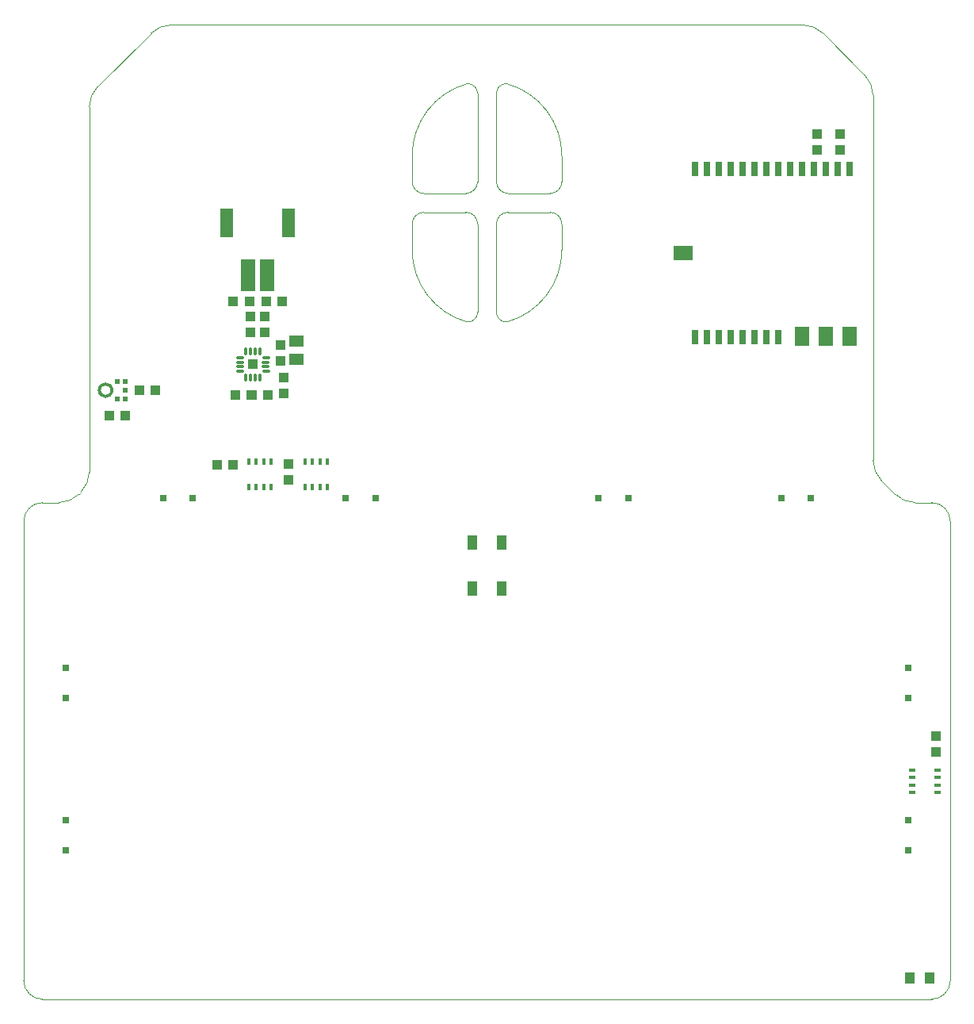
<source format=gtp>
G04*
G04 #@! TF.GenerationSoftware,Altium Limited,Altium Designer,24.2.2 (26)*
G04*
G04 Layer_Color=8421504*
%FSLAX25Y25*%
%MOIN*%
G70*
G04*
G04 #@! TF.SameCoordinates,414444BF-B964-4898-950E-571982E1B149*
G04*
G04*
G04 #@! TF.FilePolarity,Positive*
G04*
G01*
G75*
%ADD10C,0.01181*%
%ADD16C,0.00394*%
%ADD17R,0.05512X0.12205*%
%ADD18R,0.05906X0.13386*%
%ADD19R,0.04331X0.03937*%
%ADD20R,0.02055X0.02362*%
%ADD21C,0.01181*%
%ADD22R,0.02598X0.02638*%
%ADD23R,0.03937X0.05118*%
%ADD24R,0.03150X0.01772*%
%ADD25R,0.03937X0.04331*%
%ADD26R,0.03150X0.05906*%
%ADD27R,0.05906X0.07874*%
%ADD28R,0.07874X0.05906*%
%ADD29R,0.03937X0.05906*%
%ADD30R,0.02638X0.02598*%
%ADD31R,0.01772X0.03150*%
%ADD32O,0.01181X0.03543*%
%ADD33O,0.01181X0.03740*%
%ADD34O,0.03543X0.01181*%
%ADD35O,0.03740X0.01181*%
%ADD36R,0.04331X0.04331*%
%ADD37R,0.05906X0.05118*%
D10*
X-157825Y59055D02*
G03*
X-157825Y59055I-2608J0D01*
G01*
D16*
X-31496Y118110D02*
G03*
X-8152Y87687I31496J0D01*
G01*
D02*
G03*
X-3937Y91902I0J4215D01*
G01*
X8152Y87687D02*
G03*
X31496Y118110I-8152J30423D01*
G01*
X3937Y91902D02*
G03*
X8152Y87687I4215J0D01*
G01*
X26496Y141733D02*
G03*
X31496Y146733I0J5000D01*
G01*
Y128858D02*
G03*
X26496Y133858I-5000J0D01*
G01*
X-3937Y183688D02*
G03*
X-8152Y187903I-4215J0D01*
G01*
D02*
G03*
X-31496Y157480I8152J-30423D01*
G01*
X8152Y187904D02*
G03*
X3937Y183689I0J-4215D01*
G01*
X31496Y157481D02*
G03*
X8152Y187904I-31496J0D01*
G01*
X8937Y133858D02*
G03*
X3937Y128858I0J-5000D01*
G01*
X-26496Y133858D02*
G03*
X-31496Y128858I0J-5000D01*
G01*
X-3937D02*
G03*
X-8937Y133858I-5000J0D01*
G01*
X3937Y146733D02*
G03*
X8937Y141733I5000J0D01*
G01*
X-8937Y141732D02*
G03*
X-3937Y146732I0J5000D01*
G01*
X-31496D02*
G03*
X-26496Y141732I5000J0D01*
G01*
X194883Y3937D02*
G03*
X187008Y11812I-7875J0D01*
G01*
Y-196851D02*
G03*
X194883Y-188976I0J7875D01*
G01*
X-194883D02*
G03*
X-187008Y-196851I7875J0D01*
G01*
Y11812D02*
G03*
X-194883Y3937I0J-7875D01*
G01*
X-180197Y11811D02*
G03*
X-171661Y15347I0J12071D01*
G01*
X171661D02*
G03*
X180197Y11811I8535J8535D01*
G01*
X-170858Y16150D02*
G03*
X-167323Y24685I-8535J8535D01*
G01*
X162402Y29606D02*
G03*
X165937Y21071I12071J0D01*
G01*
X-163787Y186606D02*
G03*
X-167323Y178071I8535J-8535D01*
G01*
X-132795Y212598D02*
G03*
X-141331Y209063I0J-12071D01*
G01*
X141331D02*
G03*
X132795Y212598I-8535J-8535D01*
G01*
X162402Y182992D02*
G03*
X158866Y191528I-12071J0D01*
G01*
X-3937Y91902D02*
Y128858D01*
X31496Y128858D02*
X31496Y118110D01*
X3937Y91902D02*
Y128858D01*
X-31496Y118110D02*
Y128858D01*
X31496Y146733D02*
Y157481D01*
X-3937Y146732D02*
Y183688D01*
X-31496Y146732D02*
Y157480D01*
X3937Y146733D02*
Y183689D01*
X8937Y133858D02*
X26496D01*
X-26496D02*
X-8937D01*
X8937Y141733D02*
X26496D01*
X-26496Y141732D02*
X-8937D01*
X194882Y-188977D02*
Y3938D01*
X180197Y11811D02*
X187009D01*
X-187009Y-196850D02*
X187009D01*
X-194882Y-188977D02*
Y3938D01*
X-187009Y11811D02*
X-180197D01*
X-171661Y15347D02*
X-171260Y15748D01*
X171260D02*
X171661Y15347D01*
X-171260Y15748D02*
X-170858Y16150D01*
X-167323Y24685D02*
Y31575D01*
X165937Y21071D02*
X171260Y15748D01*
X162402Y29606D02*
Y29766D01*
X-167323Y31575D02*
Y178071D01*
X-163787Y186606D02*
X-141331Y209063D01*
X-132795Y212598D02*
X132795D01*
X141331Y209063D02*
X158866Y191528D01*
X162402Y29766D02*
Y182992D01*
D17*
X-83465Y129527D02*
D03*
X-109449Y129527D02*
D03*
D18*
X-92520Y107283D02*
D03*
X-100394D02*
D03*
D19*
X-152165Y48229D02*
D03*
X-158858D02*
D03*
X-146063Y59055D02*
D03*
X-139370Y59055D02*
D03*
X-106889Y27559D02*
D03*
X-113582Y27559D02*
D03*
X-98819Y57087D02*
D03*
X-92126D02*
D03*
X-99016Y57086D02*
D03*
X-105709D02*
D03*
X-100000Y96457D02*
D03*
X-106693Y96457D02*
D03*
X-92914Y96456D02*
D03*
X-86221D02*
D03*
D20*
X-155504Y55512D02*
D03*
X-152268D02*
D03*
X-152268Y59055D02*
D03*
X-155504Y62598D02*
D03*
X-152268D02*
D03*
D21*
X-163041Y59055D02*
D03*
D22*
X-177165Y-70217D02*
D03*
Y-57736D02*
D03*
Y-134193D02*
D03*
Y-121713D02*
D03*
X177165D02*
D03*
Y-134193D02*
D03*
Y-57736D02*
D03*
Y-70217D02*
D03*
D23*
X177953Y-187992D02*
D03*
X186221D02*
D03*
D24*
X178740Y-100591D02*
D03*
X178740Y-103740D02*
D03*
Y-106890D02*
D03*
X178740Y-110039D02*
D03*
X189370Y-100591D02*
D03*
Y-103740D02*
D03*
Y-106890D02*
D03*
Y-110039D02*
D03*
D25*
X188977Y-92914D02*
D03*
X188977Y-86221D02*
D03*
X148622Y166732D02*
D03*
X148622Y160039D02*
D03*
X138780Y166732D02*
D03*
X138780Y160039D02*
D03*
X-83662Y27953D02*
D03*
X-83662Y21260D02*
D03*
X-86956Y71509D02*
D03*
X-86956Y78202D02*
D03*
X-93504Y89961D02*
D03*
Y83268D02*
D03*
X-99410Y89961D02*
D03*
X-99410Y83268D02*
D03*
X-85630Y64370D02*
D03*
Y57678D02*
D03*
D26*
X152559Y152087D02*
D03*
X92559Y81299D02*
D03*
X97559D02*
D03*
X102559D02*
D03*
X107559D02*
D03*
X112559D02*
D03*
X117559D02*
D03*
X122559D02*
D03*
X147559Y152087D02*
D03*
X142559D02*
D03*
X137559D02*
D03*
X132559D02*
D03*
X127559D02*
D03*
X122559D02*
D03*
X117559D02*
D03*
X112559D02*
D03*
X107559D02*
D03*
X102559D02*
D03*
X92559D02*
D03*
X87559D02*
D03*
X97559D02*
D03*
X87559Y81299D02*
D03*
D27*
X132559Y81693D02*
D03*
X142559D02*
D03*
X152559D02*
D03*
D28*
X82559Y116693D02*
D03*
D29*
X6299Y-24409D02*
D03*
X-6299D02*
D03*
Y-5118D02*
D03*
X6299D02*
D03*
D30*
X-136161Y13780D02*
D03*
X-123681Y13780D02*
D03*
X-59390D02*
D03*
X-46909D02*
D03*
X123681D02*
D03*
X136161D02*
D03*
X46909D02*
D03*
X59390D02*
D03*
D31*
X-76575Y18307D02*
D03*
X-73425Y18307D02*
D03*
X-70276D02*
D03*
X-67126Y18307D02*
D03*
X-76575Y28937D02*
D03*
X-73425D02*
D03*
X-70276D02*
D03*
X-67126D02*
D03*
X-100197Y18307D02*
D03*
X-97047D02*
D03*
X-93898Y18307D02*
D03*
X-90748D02*
D03*
X-100197Y28937D02*
D03*
X-97047D02*
D03*
X-93898D02*
D03*
X-90748Y28937D02*
D03*
D32*
X-101378Y64370D02*
D03*
X-95473D02*
D03*
X-95473Y75394D02*
D03*
X-101378D02*
D03*
D33*
X-99410Y64468D02*
D03*
X-97441Y64468D02*
D03*
Y75295D02*
D03*
X-99410D02*
D03*
D34*
X-92913Y66929D02*
D03*
Y72835D02*
D03*
X-103937Y72835D02*
D03*
Y66929D02*
D03*
D35*
X-93012Y68898D02*
D03*
Y70866D02*
D03*
X-103839D02*
D03*
X-103839Y68898D02*
D03*
D36*
X-98425Y69882D02*
D03*
D37*
X-80067Y79580D02*
D03*
Y72100D02*
D03*
M02*

</source>
